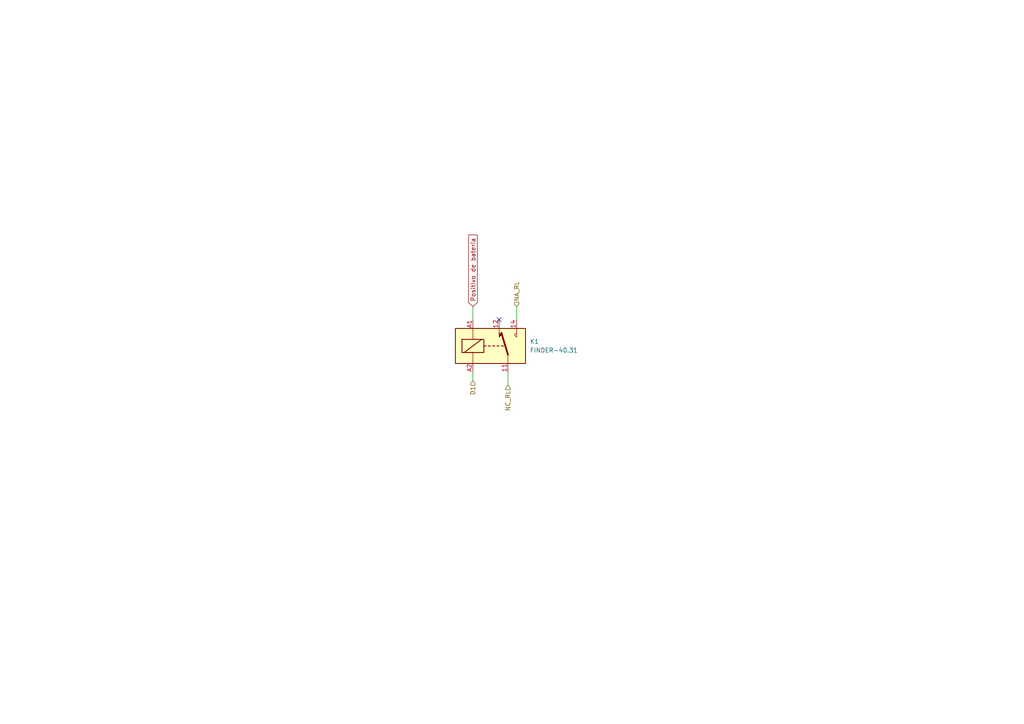
<source format=kicad_sch>
(kicad_sch (version 20230121) (generator eeschema)
  (paper "A4")
  (lib_symbols
    (symbol "Relay:FINDER-40.31"
      (property "Reference" "K" (at 11.43 3.81 0))
      (property "Value" "FINDER-40.31" (at 11.43 1.27 0))
      (symbol "FINDER-40.31_0_0"
        (polyline (pts (xy 7.62 5.08) (xy 7.62 2.54) (xy 6.985 3.175) (xy 7.62 3.81)))
      )
      (symbol "FINDER-40.31_0_1"
        (rectangle (start -10.16 5.08) (end 10.16 -5.08) (stroke (width 0.254)) (fill (type background)))
        (rectangle (start -8.255 1.905) (end -1.905 -1.905) (stroke (width 0.254)))
        (polyline (pts (xy -7.62 -1.905) (xy -2.54 1.905)) (stroke (width 0.254)))
        (polyline (pts (xy -5.08 -5.08) (xy -5.08 -1.905)))
        (polyline (pts (xy -5.08 5.08) (xy -5.08 1.905)))
        (polyline (pts (xy -1.905 0) (xy -1.27 0)) (stroke (width 0.254)))
        (polyline (pts (xy -0.635 0) (xy 0 0)) (stroke (width 0.254)))
        (polyline (pts (xy 0.635 0) (xy 1.27 0)) (stroke (width 0.254)))
        (polyline (pts (xy 1.905 0) (xy 2.54 0)) (stroke (width 0.254)))
        (polyline (pts (xy 3.175 0) (xy 3.81 0)) (stroke (width 0.254)))
        (polyline (pts (xy 5.08 -2.54) (xy 3.175 3.81)) (stroke (width 0.508)))
        (polyline (pts (xy 5.08 -2.54) (xy 5.08 -5.08)))
        (polyline (pts (xy 2.54 5.08) (xy 2.54 2.54) (xy 3.175 3.175) (xy 2.54 3.81)) (fill (type outline)))
      )
      (symbol "FINDER-40.31_1_1"
        (pin passive line (at 5.08 -7.62 90) (length 2.54) (name "~") (number "11"))
        (pin passive line (at 2.54 7.62 270) (length 2.54) (name "~") (number "12"))
        (pin passive line (at 7.62 7.62 270) (length 2.54) (name "~") (number "14"))
        (pin passive line (at -5.08 7.62 270) (length 2.54) (name "~") (number "A1"))
        (pin passive line (at -5.08 -7.62 90) (length 2.54) (name "~") (number "A2"))
      )
    )
  )
  (no_connect (at 144.78 92.71))
  (wire (pts (xy 149.86 92.71) (xy 149.86 88.9)))
  (wire (pts (xy 137.16 107.95) (xy 137.16 110.49)))
  (wire (pts (xy 147.32 107.95) (xy 147.32 111.76)))
  (wire (pts (xy 137.16 88.9) (xy 137.16 92.71)))
  (global_label "Positivo de bateria" (shape input) (at 137.16 88.9 90) (property "Intersheetrefs" "${INTERSHEET_REFS}" (effects hide)))
  (hierarchical_label "NA_RL" (shape input) (at 149.86 88.9 90))
  (hierarchical_label "D1" (shape input) (at 137.16 110.49 270))
  (hierarchical_label "NC_RL" (shape input) (at 147.32 111.76 270))
  (symbol (lib_id "Relay:FINDER-40.31") (at 142.24 100.33 0) (unit 1)
    (property "Reference" "K1" (at 153.67 99.0599 0) (effects (justify left)))
    (property "Value" "FINDER-40.31" (at 153.67 101.5999 0) (effects (justify left)))
    (property "Footprint" "Relay_THT:Relay_SPDT_Finder_40.31" (effects hide))
    (property "Datasheet" "http://gfinder.findernet.com/assets/Series/353/S40EN.pdf" (effects hide))
  )
)
</source>
